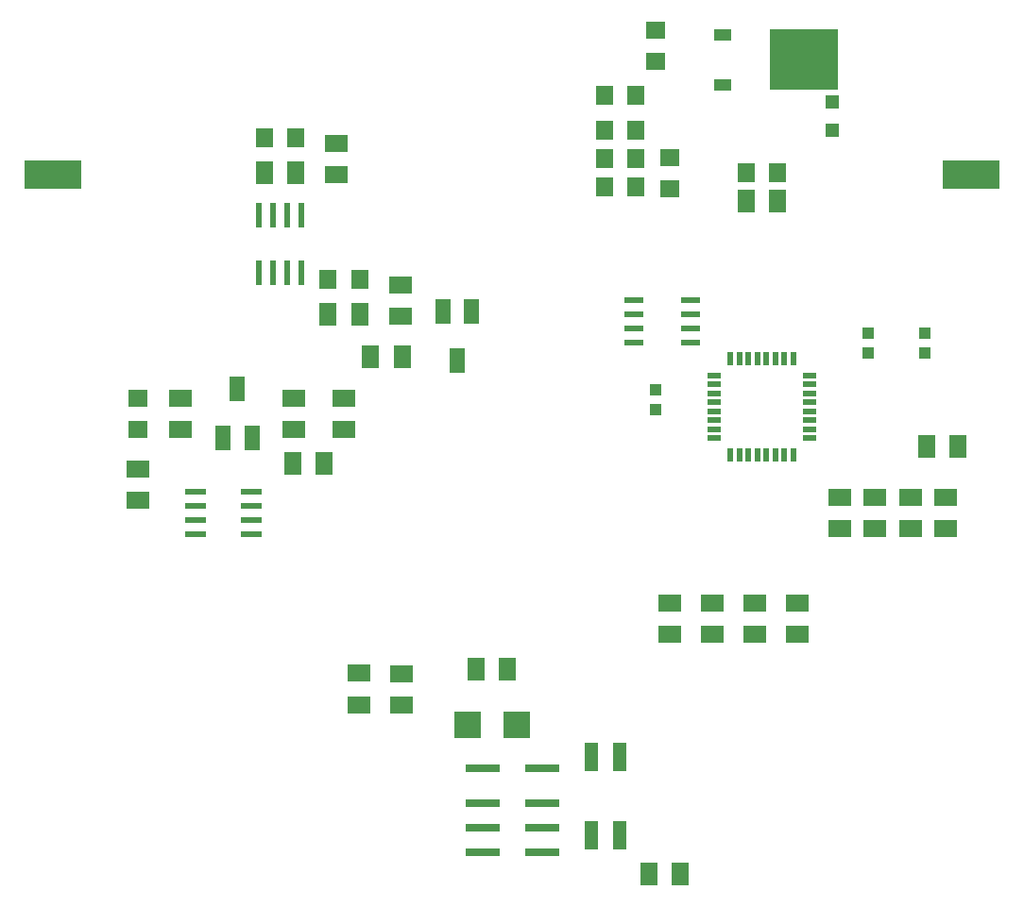
<source format=gbr>
G04 EAGLE Gerber X2 export*
%TF.Part,Single*%
%TF.FileFunction,Paste,Top*%
%TF.FilePolarity,Positive*%
%TF.GenerationSoftware,Autodesk,EAGLE,9.2.2*%
%TF.CreationDate,2019-03-12T13:45:00Z*%
G75*
%MOMM*%
%FSLAX34Y34*%
%LPD*%
%INSolderpaste Top*%
%AMOC8*
5,1,8,0,0,1.08239X$1,22.5*%
G01*
%ADD10R,1.000000X1.100000*%
%ADD11R,1.800000X1.600000*%
%ADD12R,1.600000X1.800000*%
%ADD13R,0.609600X2.209800*%
%ADD14R,1.600000X2.000000*%
%ADD15R,2.000000X1.600000*%
%ADD16R,1.320800X2.184400*%
%ADD17R,1.981200X0.558800*%
%ADD18R,1.270000X0.558800*%
%ADD19R,0.558800X1.270000*%
%ADD20R,3.100000X0.800000*%
%ADD21R,1.270000X2.540000*%
%ADD22R,1.600000X1.000000*%
%ADD23R,6.200000X5.400000*%
%ADD24R,2.400000X2.400000*%
%ADD25R,1.270000X1.270000*%
%ADD26R,5.080000X2.540000*%
%ADD27R,1.720000X0.600000*%


D10*
X811550Y707000D03*
X811550Y690000D03*
X760750Y707000D03*
X760750Y690000D03*
D11*
X106700Y649000D03*
X106700Y621000D03*
D12*
X247700Y882650D03*
X219700Y882650D03*
X276850Y755650D03*
X304850Y755650D03*
D13*
X214650Y761238D03*
X227350Y761238D03*
X240050Y761238D03*
X252750Y761238D03*
X252750Y813562D03*
X240050Y813562D03*
X227350Y813562D03*
X214650Y813562D03*
D14*
X219700Y850900D03*
X247700Y850900D03*
X276850Y723900D03*
X304850Y723900D03*
X314950Y685800D03*
X342950Y685800D03*
D15*
X341650Y750600D03*
X341650Y722600D03*
D16*
X405180Y726850D03*
X392450Y682850D03*
X379720Y726850D03*
D14*
X679500Y825500D03*
X651500Y825500D03*
D15*
X284500Y877600D03*
X284500Y849600D03*
X144800Y621000D03*
X144800Y649000D03*
D14*
X245100Y590550D03*
X273100Y590550D03*
D15*
X342926Y401539D03*
X342926Y373539D03*
X106700Y557500D03*
X106700Y585500D03*
X290850Y649000D03*
X290850Y621000D03*
X246400Y649000D03*
X246400Y621000D03*
D16*
X182870Y613000D03*
X195600Y657000D03*
X208330Y613000D03*
D17*
X207538Y527050D03*
X207538Y539750D03*
X207538Y552450D03*
X207538Y565150D03*
X158262Y565150D03*
X158262Y552450D03*
X158262Y539750D03*
X158262Y527050D03*
D18*
X708426Y613350D03*
X708426Y621350D03*
X708426Y629350D03*
X708426Y637350D03*
X708426Y645350D03*
X708426Y653350D03*
X708426Y661350D03*
X708426Y669350D03*
D19*
X693500Y684276D03*
X685500Y684276D03*
X677500Y684276D03*
X669500Y684276D03*
X661500Y684276D03*
X653500Y684276D03*
X645500Y684276D03*
X637500Y684276D03*
D18*
X622574Y669350D03*
X622574Y661350D03*
X622574Y653350D03*
X622574Y645350D03*
X622574Y637350D03*
X622574Y629350D03*
X622574Y621350D03*
X622574Y613350D03*
D19*
X637500Y598424D03*
X645500Y598424D03*
X653500Y598424D03*
X661500Y598424D03*
X669500Y598424D03*
X677500Y598424D03*
X685500Y598424D03*
X693500Y598424D03*
D15*
X767100Y532100D03*
X767100Y560100D03*
X798850Y532100D03*
X798850Y560100D03*
X830600Y532100D03*
X830600Y560100D03*
X735350Y532100D03*
X735350Y560100D03*
X304399Y374155D03*
X304399Y402155D03*
D14*
X437489Y405703D03*
X409489Y405703D03*
D20*
X415261Y317400D03*
X415261Y285400D03*
X415261Y263400D03*
X415261Y241400D03*
X468261Y317400D03*
X468261Y285400D03*
X468261Y263400D03*
X468261Y241400D03*
D21*
X538500Y327100D03*
X513100Y327100D03*
X513100Y257100D03*
X538500Y257100D03*
D15*
X582950Y464850D03*
X582950Y436850D03*
X621050Y436850D03*
X621050Y464850D03*
X659150Y436850D03*
X659150Y464850D03*
D12*
X651500Y850900D03*
X679500Y850900D03*
D11*
X570250Y979200D03*
X570250Y951200D03*
D22*
X630200Y975300D03*
X630200Y929700D03*
D23*
X703200Y952500D03*
D14*
X564237Y221972D03*
X592237Y221972D03*
D12*
X524500Y889000D03*
X552500Y889000D03*
X524500Y863600D03*
X552500Y863600D03*
X524500Y838200D03*
X552500Y838200D03*
D11*
X582950Y864900D03*
X582950Y836900D03*
D24*
X402200Y355600D03*
X446200Y355600D03*
D25*
X729000Y914400D03*
X729000Y889000D03*
D15*
X697250Y436850D03*
X697250Y464850D03*
D12*
X552500Y920750D03*
X524500Y920750D03*
D26*
X853134Y850000D03*
X29946Y850000D03*
D10*
X570250Y639200D03*
X570250Y656200D03*
D27*
X602000Y698500D03*
X602000Y711200D03*
X602000Y723900D03*
X602000Y736600D03*
X551200Y736600D03*
X551200Y723900D03*
X551200Y711200D03*
X551200Y698500D03*
D14*
X813494Y605553D03*
X841494Y605553D03*
M02*

</source>
